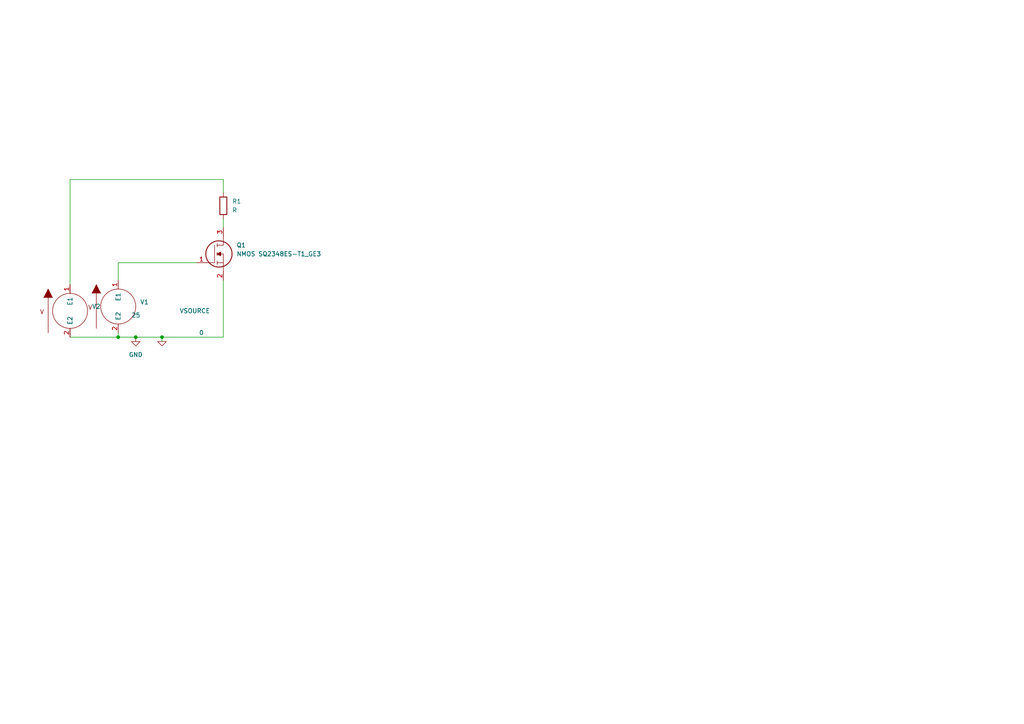
<source format=kicad_sch>
(kicad_sch (version 20211123) (generator eeschema)
  (paper "A4")
  (lib_symbols
    (symbol "Device:R" (pin_numbers hide) (pin_names (offset 0))
      (property "Reference" "R" (at 2.032 0 90))
      (property "Value" "R" (at 0 0 90))
      (symbol "R_0_1"
        (rectangle (start -1.016 -2.54) (end 1.016 2.54) (stroke (width 0.254)))
      )
      (symbol "R_1_1"
        (pin passive line (at 0 3.81 270) (length 1.27) (name "~") (number "1"))
        (pin passive line (at 0 -3.81 90) (length 1.27) (name "~") (number "2"))
      )
    )
    (symbol "EPSA_lib:NMOS SQ2348ES-T1_GE3" (pin_names (offset 0.762))
      (property "Reference" "Q" (at 11.43 3.81 0))
      (property "Value" "NMOS SQ2348ES-T1_GE3" (at 11.43 1.27 0))
      (property "Spice_Lib_File" "${EPSA}\\SpiceModel\\NMOS_SQ2348ES_PS Rev A.LIB" (at 11.43 8.89 0))
      (symbol "NMOS SQ2348ES-T1_GE3_0_0"
        (pin passive line (at 0 0 0) (length 2.54) (name "~") (number "1"))
        (pin passive line (at 7.62 -5.08 90) (length 2.54) (name "~") (number "2"))
        (pin passive line (at 7.62 10.16 270) (length 2.54) (name "~") (number "3"))
      )
      (symbol "NMOS SQ2348ES-T1_GE3_0_1"
        (polyline (pts (xy 5.842 -0.508) (xy 5.842 0.508)) (stroke (width 0.1524)))
        (polyline (pts (xy 5.842 0) (xy 7.62 0)) (stroke (width 0.1524)))
        (polyline (pts (xy 5.842 2.032) (xy 5.842 3.048)) (stroke (width 0.1524)))
        (polyline (pts (xy 5.842 5.588) (xy 5.842 4.572)) (stroke (width 0.1524)))
        (polyline (pts (xy 7.62 2.54) (xy 5.842 2.54)) (stroke (width 0.1524)))
        (polyline (pts (xy 7.62 2.54) (xy 7.62 -2.54)) (stroke (width 0.1524)))
        (polyline (pts (xy 7.62 5.08) (xy 5.842 5.08)) (stroke (width 0.1524)))
        (polyline (pts (xy 7.62 5.08) (xy 7.62 7.62)) (stroke (width 0.1524)))
        (polyline (pts (xy 2.54 0) (xy 5.08 0) (xy 5.08 5.08)) (stroke (width 0.1524)))
        (polyline (pts (xy 5.842 2.54) (xy 6.858 3.048) (xy 6.858 2.032) (xy 5.842 2.54)) (stroke (width 0.254)) (fill (type outline)))
        (circle (center 6.35 2.54) (radius 3.81) (stroke (width 0.254)))
      )
    )
    (symbol "power:GND" (power) (pin_names (offset 0))
      (property "Value" "GND" (at 0 -3.81 0))
      (symbol "GND_0_1"
        (polyline (pts (xy 0 0) (xy 0 -1.27) (xy 1.27 -1.27) (xy 0 -2.54) (xy -1.27 -1.27) (xy 0 -1.27)))
      )
      (symbol "GND_1_1"
        (pin power_in line (at 0 0 270) (length 0) hide (name "GND") (number "1"))
      )
    )
    (symbol "pspice:0" (power) (pin_names (offset 0))
      (property "Value" "0" (at 0 -1.778 0))
      (symbol "0_0_1"
        (polyline (pts (xy -1.27 0) (xy 0 -1.27) (xy 1.27 0) (xy -1.27 0)))
      )
      (symbol "0_1_1"
        (pin power_in line (at 0 0 0) (length 0) hide (name "0") (number "1"))
      )
    )
    (symbol "pspice:VSOURCE" (pin_names (offset 1.016))
      (property "Reference" "V" (at -6.35 7.62 0))
      (property "Value" "VSOURCE" (at 0 0 0))
      (symbol "VSOURCE_0_1"
        (polyline (pts (xy -6.35 -6.35) (xy -6.35 3.81)) (fill (type outline)))
        (polyline (pts (xy -7.62 3.81) (xy -6.35 6.35) (xy -5.08 3.81)) (fill (type outline)))
        (circle (center 0 0) (radius 5.08))
        (text "V" (at -8.128 -0.254 0) (effects (font (size 1.27 1.27))))
      )
      (symbol "VSOURCE_1_1"
        (pin input line (at 0 7.62 270) (length 2.54) (name "E1") (number "1"))
        (pin input line (at 0 -7.62 90) (length 2.54) (name "E2") (number "2"))
      )
    )
  )
  (junction (at 46.99 97.79))
  (junction (at 34.29 97.79))
  (junction (at 39.37 97.79))
  (wire (pts (xy 34.29 96.52) (xy 34.29 97.79)))
  (wire (pts (xy 46.99 97.79) (xy 46.99 99.06)))
  (wire (pts (xy 20.32 97.79) (xy 34.29 97.79)))
  (wire (pts (xy 34.29 97.79) (xy 39.37 97.79)))
  (wire (pts (xy 46.99 97.79) (xy 64.77 97.79)))
  (wire (pts (xy 34.29 76.2) (xy 34.29 81.28)))
  (wire (pts (xy 39.37 97.79) (xy 46.99 97.79)))
  (wire (pts (xy 20.32 82.55) (xy 20.32 52.07)))
  (wire (pts (xy 20.32 52.07) (xy 64.77 52.07)))
  (wire (pts (xy 64.77 97.79) (xy 64.77 81.28)))
  (wire (pts (xy 64.77 52.07) (xy 64.77 55.88)))
  (wire (pts (xy 64.77 63.5) (xy 64.77 66.04)))
  (wire (pts (xy 34.29 76.2) (xy 57.15 76.2)))
  (symbol (lib_id "pspice:VSOURCE") (at 20.32 90.17 0) (unit 1)
    (property "Reference" "V2" (at 26.67 88.8999 0) (effects (justify left)))
    (property "Value" "VSOURCE" (at 38.1 91.4399 0) (effects (justify left)))
    (property "Spice_Primitive" "V" (effects hide))
    (property "Spice_Model" "dc 25" (effects hide))
    (property "Spice_Netlist_Enabled" "Y" (effects hide))
  )
  (symbol (lib_id "Device:R") (at 64.77 59.69 0) (unit 1)
    (property "Reference" "R1" (at 67.31 58.4199 0) (effects (justify left)))
    (property "Value" "R" (at 67.31 60.9599 0) (effects (justify left)))
    (property "Spice_Primitive" "R" (effects hide))
    (property "Spice_Model" "2k" (effects hide))
    (property "Spice_Netlist_Enabled" "Y" (effects hide))
  )
  (symbol (lib_id "pspice:0") (at 46.99 99.06 0) (unit 1)
    (property "Reference" "#GND01" (effects hide))
    (property "Value" "0" (at 58.42 96.52 0))
  )
  (symbol (lib_id "pspice:VSOURCE") (at 34.29 88.9 0) (unit 1)
    (property "Reference" "V1" (at 40.64 87.6299 0) (effects (justify left)))
    (property "Value" "VSOURCE" (at 52.07 90.1699 0) (effects (justify left)))
    (property "Spice_Primitive" "V" (effects hide))
    (property "Spice_Model" "dc 5 pulse(0 5 2 100m 100m 2 4)" (effects hide))
    (property "Spice_Netlist_Enabled" "Y" (effects hide))
  )
  (symbol (lib_id "EPSA_lib:NMOS SQ2348ES-T1_GE3") (at 57.15 76.2 0) (unit 1)
    (property "Reference" "Q1" (at 68.58 71.1199 0) (effects (justify left)))
    (property "Value" "NMOS SQ2348ES-T1_GE3" (at 68.58 73.6599 0) (effects (justify left)))
    (property "Footprint" "SOT95P237X112-3N" (effects hide))
    (property "Datasheet" "http://www.vishay.com/docs/63706/sq2348es.pdf" (effects hide))
    (property "Description" "VISHAY - SQ2348ES-T1_GE3 - MOSFET, AEC-Q101, N-CH, 30V, SOT-23" (effects hide))
    (property "Height" "1.12" (effects hide))
    (property "Manufacturer_Name" "Vishay" (effects hide))
    (property "Manufacturer_Part_Number" "SQ2348ES-T1_GE3" (effects hide))
    (property "Mouser Part Number" "781-SQ2348ES-T1_GE3" (effects hide))
    (property "Mouser Price/Stock" "https://www.mouser.co.uk/ProductDetail/Vishay-Siliconix/SQ2348ES-T1_GE3?qs=jHkklCh7amgC88blremf%252Bw%3D%3D" (effects hide))
    (property "Arrow Part Number" "SQ2348ES-T1_GE3" (effects hide))
    (property "Arrow Price/Stock" "https://www.arrow.com/en/products/sq2348es-t1-ge3/vishay?region=nac" (effects hide))
    (property "Spice_Primitive" "X" (effects hide))
    (property "Spice_Model" "SQ2348ES" (effects hide))
    (property "Spice_Netlist_Enabled" "Y" (effects hide))
    (property "Spice_Node_Sequence" "3,1,2" (effects hide))
    (property "Spice_Lib_File" "${EPSA}\\SpiceModel\\NMOS_SQ2348ES_PS Rev A.LIB" (at 68.58 76.1999 0) (effects (justify left)))
  )
  (symbol (lib_id "power:GND") (at 39.37 97.79 0) (unit 1)
    (property "Reference" "#PWR01" (effects hide))
    (property "Value" "GND" (at 39.37 102.87 0))
  )
)
</source>
